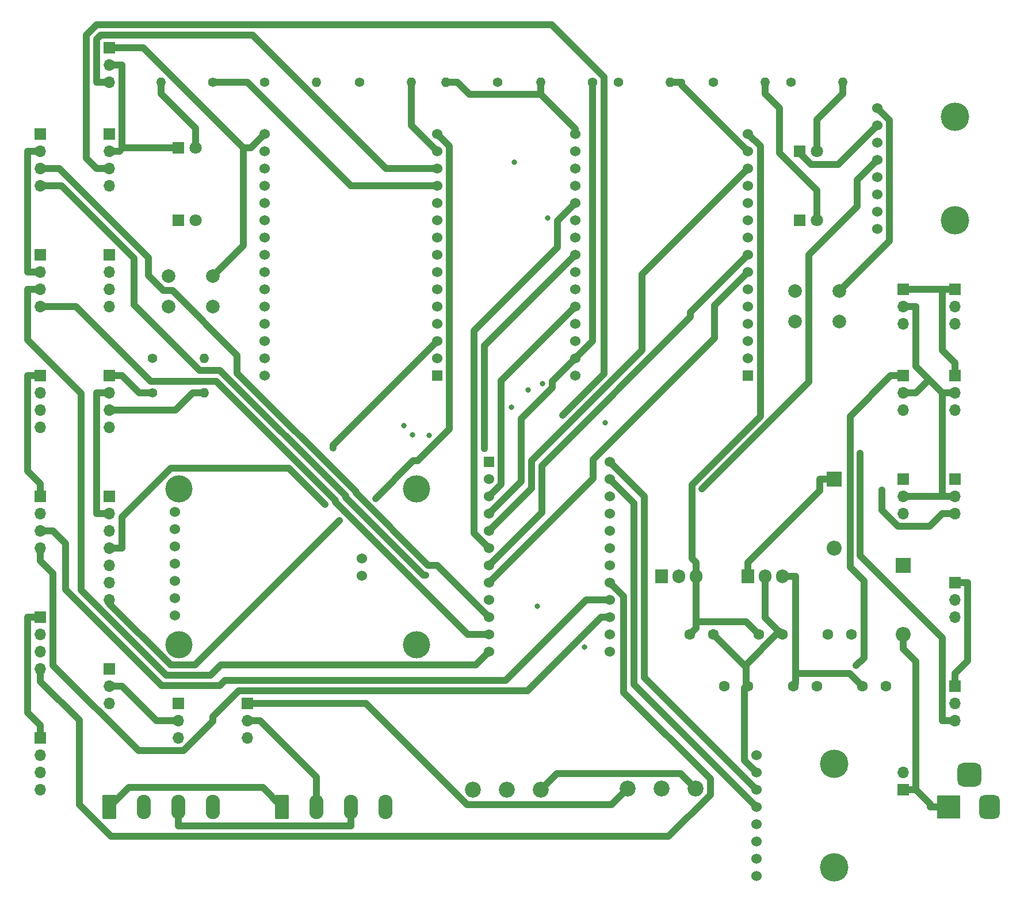
<source format=gbr>
%TF.GenerationSoftware,KiCad,Pcbnew,7.0.10*%
%TF.CreationDate,2024-07-04T23:25:59-06:00*%
%TF.ProjectId,ESP32WROOM30PIN_CARRIER_BOARD_KELLA,45535033-3257-4524-9f4f-4d333050494e,rev?*%
%TF.SameCoordinates,Original*%
%TF.FileFunction,Copper,L2,Inr*%
%TF.FilePolarity,Positive*%
%FSLAX46Y46*%
G04 Gerber Fmt 4.6, Leading zero omitted, Abs format (unit mm)*
G04 Created by KiCad (PCBNEW 7.0.10) date 2024-07-04 23:25:59*
%MOMM*%
%LPD*%
G01*
G04 APERTURE LIST*
G04 Aperture macros list*
%AMRoundRect*
0 Rectangle with rounded corners*
0 $1 Rounding radius*
0 $2 $3 $4 $5 $6 $7 $8 $9 X,Y pos of 4 corners*
0 Add a 4 corners polygon primitive as box body*
4,1,4,$2,$3,$4,$5,$6,$7,$8,$9,$2,$3,0*
0 Add four circle primitives for the rounded corners*
1,1,$1+$1,$2,$3*
1,1,$1+$1,$4,$5*
1,1,$1+$1,$6,$7*
1,1,$1+$1,$8,$9*
0 Add four rect primitives between the rounded corners*
20,1,$1+$1,$2,$3,$4,$5,0*
20,1,$1+$1,$4,$5,$6,$7,0*
20,1,$1+$1,$6,$7,$8,$9,0*
20,1,$1+$1,$8,$9,$2,$3,0*%
G04 Aperture macros list end*
%TA.AperFunction,ComponentPad*%
%ADD10C,1.400000*%
%TD*%
%TA.AperFunction,ComponentPad*%
%ADD11O,1.400000X1.400000*%
%TD*%
%TA.AperFunction,ComponentPad*%
%ADD12R,1.700000X1.700000*%
%TD*%
%TA.AperFunction,ComponentPad*%
%ADD13O,1.700000X1.700000*%
%TD*%
%TA.AperFunction,ComponentPad*%
%ADD14R,2.200000X2.200000*%
%TD*%
%TA.AperFunction,ComponentPad*%
%ADD15O,2.200000X2.200000*%
%TD*%
%TA.AperFunction,ComponentPad*%
%ADD16RoundRect,0.249999X-0.790001X-1.550001X0.790001X-1.550001X0.790001X1.550001X-0.790001X1.550001X0*%
%TD*%
%TA.AperFunction,ComponentPad*%
%ADD17O,2.080000X3.600000*%
%TD*%
%TA.AperFunction,ComponentPad*%
%ADD18C,2.340000*%
%TD*%
%TA.AperFunction,ComponentPad*%
%ADD19C,1.600000*%
%TD*%
%TA.AperFunction,ComponentPad*%
%ADD20C,1.524000*%
%TD*%
%TA.AperFunction,ComponentPad*%
%ADD21C,4.191000*%
%TD*%
%TA.AperFunction,ComponentPad*%
%ADD22C,4.000000*%
%TD*%
%TA.AperFunction,ComponentPad*%
%ADD23C,2.000000*%
%TD*%
%TA.AperFunction,ComponentPad*%
%ADD24R,1.800000X1.800000*%
%TD*%
%TA.AperFunction,ComponentPad*%
%ADD25C,1.800000*%
%TD*%
%TA.AperFunction,ComponentPad*%
%ADD26R,1.524000X1.524000*%
%TD*%
%TA.AperFunction,ComponentPad*%
%ADD27R,3.500000X3.500000*%
%TD*%
%TA.AperFunction,ComponentPad*%
%ADD28RoundRect,0.750000X0.750000X1.000000X-0.750000X1.000000X-0.750000X-1.000000X0.750000X-1.000000X0*%
%TD*%
%TA.AperFunction,ComponentPad*%
%ADD29RoundRect,0.875000X0.875000X0.875000X-0.875000X0.875000X-0.875000X-0.875000X0.875000X-0.875000X0*%
%TD*%
%TA.AperFunction,ComponentPad*%
%ADD30R,1.905000X2.000000*%
%TD*%
%TA.AperFunction,ComponentPad*%
%ADD31O,1.905000X2.000000*%
%TD*%
%TA.AperFunction,ViaPad*%
%ADD32C,0.800000*%
%TD*%
%TA.AperFunction,Conductor*%
%ADD33C,1.000000*%
%TD*%
G04 APERTURE END LIST*
D10*
%TO.N,Net-(U4-GPIO12(ADC2-CH5))*%
%TO.C,R1*%
X53340000Y-33020000D03*
D11*
%TO.N,Net-(D2-A)*%
X45720000Y-33020000D03*
%TD*%
D12*
%TO.N,Net-(J13-Pin_1)*%
%TO.C,J21*%
X38100000Y-76200000D03*
D13*
%TO.N,GND*%
X38100000Y-78740000D03*
%TO.N,Net-(J21-Pin_3)*%
X38100000Y-81280000D03*
%TO.N,Net-(J21-Pin_4)*%
X38100000Y-83820000D03*
%TD*%
D14*
%TO.N,Net-(D1-K)*%
%TO.C,D1*%
X154940000Y-104140000D03*
D15*
%TO.N,Net-(D1-A)*%
X154940000Y-114300000D03*
%TD*%
D12*
%TO.N,Net-(J11-Pin_1)*%
%TO.C,J25*%
X162560000Y-91440000D03*
D13*
%TO.N,GND*%
X162560000Y-93980000D03*
%TO.N,Net-(J25-Pin_3)*%
X162560000Y-96520000D03*
%TD*%
D16*
%TO.N,VDD2*%
%TO.C,J2*%
X63500000Y-139700000D03*
D17*
%TO.N,GND*%
X68580000Y-139700000D03*
%TO.N,Net-(J2-Pin_3)*%
X73660000Y-139700000D03*
%TO.N,Net-(J2-Pin_4)*%
X78740000Y-139700000D03*
%TD*%
D18*
%TO.N,Net-(J13-Pin_1)*%
%TO.C,RV2*%
X114380000Y-136990000D03*
%TO.N,Net-(U4-GPIO32(ADC1-CH4))*%
X119380000Y-136990000D03*
%TO.N,GND*%
X124380000Y-136990000D03*
%TD*%
D10*
%TO.N,Net-(J13-Pin_1)*%
%TO.C,R9*%
X44450000Y-73660000D03*
D11*
%TO.N,Net-(J21-Pin_4)*%
X52070000Y-73660000D03*
%TD*%
D10*
%TO.N,Net-(J13-Pin_1)*%
%TO.C,R10*%
X44450000Y-78740000D03*
D11*
%TO.N,Net-(J21-Pin_3)*%
X52070000Y-78740000D03*
%TD*%
D19*
%TO.N,VDD1*%
%TO.C,C3*%
X133660000Y-114300000D03*
%TO.N,GND*%
X137160000Y-114300000D03*
%TD*%
D20*
%TO.N,Net-(J11-Pin_1)*%
%TO.C,U6*%
X133350000Y-132080000D03*
%TO.N,GND*%
X133350000Y-134620000D03*
%TO.N,Net-(J9-Pin_3)*%
X133350000Y-137160000D03*
%TO.N,Net-(J9-Pin_4)*%
X133350000Y-139700000D03*
%TO.N,unconnected-(U6-XDA-Pad5)*%
X133350000Y-142240000D03*
%TO.N,unconnected-(U6-XCL-Pad6)*%
X133350000Y-144780000D03*
%TO.N,unconnected-(U6-ADO-Pad7)*%
X133350000Y-147320000D03*
%TO.N,unconnected-(U6-INT-Pad8)*%
X133350000Y-149860000D03*
D21*
%TO.N,N/C*%
X144780000Y-133350000D03*
X144780000Y-148590000D03*
%TD*%
D16*
%TO.N,VDD2*%
%TO.C,J27*%
X38100000Y-139700000D03*
D17*
%TO.N,GND*%
X43180000Y-139700000D03*
%TO.N,Net-(J2-Pin_3)*%
X48260000Y-139700000D03*
%TO.N,Net-(J2-Pin_4)*%
X53340000Y-139700000D03*
%TD*%
D14*
%TO.N,Net-(D3-K)*%
%TO.C,D3*%
X144780000Y-91440000D03*
D15*
%TO.N,Net-(D1-A)*%
X144780000Y-101600000D03*
%TD*%
D20*
%TO.N,Net-(U4-GPIO04(ADC2-CH0))*%
%TO.C,U5*%
X47740000Y-96270000D03*
%TO.N,Net-(U4-GPIO18(SCK))*%
X47740000Y-98810000D03*
%TO.N,Net-(U4-GPIO23(MOSI))*%
X47740000Y-101350000D03*
%TO.N,Net-(U4-GPIO19(MISO))*%
X47740000Y-103890000D03*
%TO.N,Net-(U4-GPIO05(SS))*%
X47740000Y-106430000D03*
%TO.N,GND*%
X47740000Y-108970000D03*
%TO.N,VDD2*%
X47740000Y-111510000D03*
%TO.N,Net-(J2-Pin_4)*%
X75260000Y-103130000D03*
%TO.N,Net-(J2-Pin_3)*%
X75260000Y-105670000D03*
D22*
%TO.N,N/C*%
X48370000Y-92920000D03*
X48370000Y-115820000D03*
X83270000Y-92920000D03*
X83270000Y-115820000D03*
%TD*%
D12*
%TO.N,Net-(J11-Pin_1)*%
%TO.C,J5*%
X27940000Y-76200000D03*
D13*
%TO.N,GND*%
X27940000Y-78740000D03*
%TO.N,Net-(J5-Pin_3)*%
X27940000Y-81280000D03*
%TO.N,Net-(J5-Pin_4)*%
X27940000Y-83820000D03*
%TD*%
D19*
%TO.N,VDD2*%
%TO.C,C6*%
X138740000Y-121920000D03*
%TO.N,GND*%
X142240000Y-121920000D03*
%TD*%
D23*
%TO.N,Net-(J11-Pin_1)*%
%TO.C,SW2*%
X138990000Y-63790000D03*
X145490000Y-63790000D03*
%TO.N,Net-(SW2A-D)*%
X138990000Y-68290000D03*
X145490000Y-68290000D03*
%TD*%
D10*
%TO.N,Net-(U3-SDA)*%
%TO.C,R8*%
X95250000Y-33020000D03*
D11*
%TO.N,Net-(J11-Pin_1)*%
X87630000Y-33020000D03*
%TD*%
D12*
%TO.N,Net-(J11-Pin_1)*%
%TO.C,J6*%
X27940000Y-93980000D03*
D13*
%TO.N,GND*%
X27940000Y-96520000D03*
%TO.N,Net-(J6-Pin_3)*%
X27940000Y-99060000D03*
%TO.N,Net-(J6-Pin_4)*%
X27940000Y-101600000D03*
%TD*%
D12*
%TO.N,Net-(J13-Pin_1)*%
%TO.C,J19*%
X162560000Y-63500000D03*
D13*
%TO.N,GND*%
X162560000Y-66040000D03*
%TO.N,Net-(J19-Pin_3)*%
X162560000Y-68580000D03*
%TD*%
D12*
%TO.N,Net-(J11-Pin_1)*%
%TO.C,J4*%
X27940000Y-58420000D03*
D13*
%TO.N,GND*%
X27940000Y-60960000D03*
%TO.N,Net-(J4-Pin_3)*%
X27940000Y-63500000D03*
%TO.N,Net-(J4-Pin_4)*%
X27940000Y-66040000D03*
%TD*%
D19*
%TO.N,VDD2*%
%TO.C,C5*%
X148900000Y-121920000D03*
%TO.N,GND*%
X152400000Y-121920000D03*
%TD*%
D12*
%TO.N,Net-(J13-Pin_1)*%
%TO.C,J16*%
X154940000Y-76200000D03*
D13*
%TO.N,GND*%
X154940000Y-78740000D03*
%TO.N,Net-(J16-Pin_3)*%
X154940000Y-81280000D03*
%TD*%
D12*
%TO.N,Net-(J11-Pin_1)*%
%TO.C,J26*%
X162560000Y-106680000D03*
D13*
%TO.N,GND*%
X162560000Y-109220000D03*
%TO.N,Net-(J26-Pin_3)*%
X162560000Y-111760000D03*
%TD*%
D24*
%TO.N,GND*%
%TO.C,D2*%
X48260000Y-42710000D03*
D25*
%TO.N,Net-(D2-A)*%
X50800000Y-42710000D03*
%TD*%
D12*
%TO.N,Net-(J11-Pin_1)*%
%TO.C,J9*%
X38100000Y-40640000D03*
D13*
%TO.N,GND*%
X38100000Y-43180000D03*
%TO.N,Net-(J9-Pin_3)*%
X38100000Y-45720000D03*
%TO.N,Net-(J9-Pin_4)*%
X38100000Y-48260000D03*
%TD*%
D12*
%TO.N,Net-(J11-Pin_1)*%
%TO.C,J8*%
X27940000Y-129540000D03*
D13*
%TO.N,GND*%
X27940000Y-132080000D03*
%TO.N,Net-(J8-Pin_3)*%
X27940000Y-134620000D03*
%TO.N,Net-(J8-Pin_4)*%
X27940000Y-137160000D03*
%TD*%
D24*
%TO.N,GND*%
%TO.C,D5*%
X139700000Y-43180000D03*
D25*
%TO.N,Net-(D5-A)*%
X142240000Y-43180000D03*
%TD*%
D12*
%TO.N,Net-(D1-A)*%
%TO.C,J1*%
X154940000Y-137160000D03*
D13*
%TO.N,GND*%
X154940000Y-134620000D03*
%TD*%
D24*
%TO.N,GND*%
%TO.C,D4*%
X48260000Y-53340000D03*
D25*
%TO.N,Net-(D4-A)*%
X50800000Y-53340000D03*
%TD*%
D19*
%TO.N,VDD1*%
%TO.C,C2*%
X143820000Y-114300000D03*
%TO.N,GND*%
X147320000Y-114300000D03*
%TD*%
D12*
%TO.N,Net-(J13-Pin_1)*%
%TO.C,J20*%
X38100000Y-27940000D03*
D13*
%TO.N,GND*%
X38100000Y-30480000D03*
%TO.N,Net-(J20-Pin_3)*%
X38100000Y-33020000D03*
%TD*%
D12*
%TO.N,Net-(J13-Pin_1)*%
%TO.C,J13*%
X38100000Y-119380000D03*
D13*
%TO.N,GND*%
X38100000Y-121920000D03*
%TO.N,Net-(J13-Pin_3)*%
X38100000Y-124460000D03*
%TD*%
D10*
%TO.N,Net-(SW1A-D)*%
%TO.C,R5*%
X74930000Y-33020000D03*
D11*
%TO.N,GND*%
X82550000Y-33020000D03*
%TD*%
D12*
%TO.N,Net-(J11-Pin_1)*%
%TO.C,J11*%
X38100000Y-58420000D03*
D13*
%TO.N,GND*%
X38100000Y-60960000D03*
%TO.N,Net-(J11-Pin_3)*%
X38100000Y-63500000D03*
%TO.N,Net-(J11-Pin_4)*%
X38100000Y-66040000D03*
%TD*%
D19*
%TO.N,VDD1*%
%TO.C,C1*%
X123500000Y-114300000D03*
%TO.N,GND*%
X127000000Y-114300000D03*
%TD*%
D12*
%TO.N,Net-(J11-Pin_1)*%
%TO.C,J3*%
X27940000Y-40640000D03*
D13*
%TO.N,GND*%
X27940000Y-43180000D03*
%TO.N,Net-(J3-Pin_3)*%
X27940000Y-45720000D03*
%TO.N,Net-(J3-Pin_4)*%
X27940000Y-48260000D03*
%TD*%
D12*
%TO.N,Net-(J13-Pin_1)*%
%TO.C,J18*%
X162560000Y-76200000D03*
D13*
%TO.N,GND*%
X162560000Y-78740000D03*
%TO.N,Net-(J18-Pin_3)*%
X162560000Y-81280000D03*
%TD*%
D12*
%TO.N,Net-(J11-Pin_1)*%
%TO.C,J22*%
X38100000Y-93980000D03*
D13*
%TO.N,GND*%
X38100000Y-96520000D03*
%TO.N,Net-(J22-Pin_3)*%
X38100000Y-99060000D03*
%TO.N,Net-(J22-Pin_4)*%
X38100000Y-101600000D03*
%TO.N,Net-(J22-Pin_5)*%
X38100000Y-104140000D03*
%TO.N,Net-(J22-Pin_6)*%
X38100000Y-106680000D03*
%TO.N,Net-(J22-Pin_7)*%
X38100000Y-109220000D03*
%TD*%
D12*
%TO.N,Net-(J13-Pin_1)*%
%TO.C,J14*%
X48260000Y-124460000D03*
D13*
%TO.N,GND*%
X48260000Y-127000000D03*
%TO.N,Net-(J14-Pin_3)*%
X48260000Y-129540000D03*
%TD*%
D24*
%TO.N,GND*%
%TO.C,D6*%
X139700000Y-53340000D03*
D25*
%TO.N,Net-(D6-A)*%
X142240000Y-53340000D03*
%TD*%
D10*
%TO.N,Net-(U7-GPIO14(ADC2-CH6))*%
%TO.C,R3*%
X138430000Y-33020000D03*
D11*
%TO.N,Net-(D5-A)*%
X146050000Y-33020000D03*
%TD*%
D26*
%TO.N,unconnected-(U4-EN-Pad1)*%
%TO.C,U4*%
X86360000Y-76200000D03*
D20*
%TO.N,Net-(J13-Pin_3)*%
X86360000Y-73660000D03*
%TO.N,Net-(J14-Pin_3)*%
X86360000Y-71120000D03*
%TO.N,Net-(J15-Pin_3)*%
X86360000Y-68580000D03*
%TO.N,Net-(J16-Pin_3)*%
X86360000Y-66040000D03*
%TO.N,Net-(U4-GPIO32(ADC1-CH4))*%
X86360000Y-63500000D03*
%TO.N,Net-(J17-Pin_3)*%
X86360000Y-60960000D03*
%TO.N,Net-(J18-Pin_3)*%
X86360000Y-58420000D03*
%TO.N,Net-(J19-Pin_3)*%
X86360000Y-55880000D03*
%TO.N,Net-(SW1A-D)*%
X86360000Y-53340000D03*
%TO.N,Net-(U4-GPIO14(ADC2-CH6))*%
X86360000Y-50800000D03*
%TO.N,Net-(U4-GPIO12(ADC2-CH5))*%
X86360000Y-48260000D03*
%TO.N,Net-(J20-Pin_3)*%
X86360000Y-45720000D03*
%TO.N,GND*%
X86360000Y-43180000D03*
%TO.N,VDD2*%
X86360000Y-40640000D03*
%TO.N,Net-(J13-Pin_1)*%
X60960000Y-40640000D03*
%TO.N,GND*%
X60960000Y-43180000D03*
%TO.N,unconnected-(U4-GPIO12(ADC2-CH3)-Pad18)*%
X60960000Y-45720000D03*
%TO.N,unconnected-(U4-GPIO02(ADC2-CH2)-Pad19)*%
X60960000Y-48260000D03*
%TO.N,Net-(U4-GPIO04(ADC2-CH0))*%
X60960000Y-50800000D03*
%TO.N,Net-(U4-GPIO16(RXD2))*%
X60960000Y-53340000D03*
%TO.N,Net-(U4-GPIO17(TXD2))*%
X60960000Y-55880000D03*
%TO.N,Net-(U4-GPIO05(SS))*%
X60960000Y-58420000D03*
%TO.N,Net-(U4-GPIO18(SCK))*%
X60960000Y-60960000D03*
%TO.N,Net-(U4-GPIO19(MISO))*%
X60960000Y-63500000D03*
%TO.N,Net-(J21-Pin_4)*%
X60960000Y-66040000D03*
%TO.N,unconnected-(U4-GPIO03(CLK2)-Pad27)*%
X60960000Y-68580000D03*
%TO.N,unconnected-(U4-GPIO01(CLK3)-Pad28)*%
X60960000Y-71120000D03*
%TO.N,Net-(J21-Pin_3)*%
X60960000Y-73660000D03*
%TO.N,Net-(U4-GPIO23(MOSI))*%
X60960000Y-76200000D03*
%TD*%
D27*
%TO.N,Net-(D1-A)*%
%TO.C,J10*%
X161640000Y-139700000D03*
D28*
%TO.N,GND*%
X167640000Y-139700000D03*
D29*
%TO.N,unconnected-(J10-Pad3)*%
X164640000Y-135000000D03*
%TD*%
D26*
%TO.N,unconnected-(U7-EN-Pad1)*%
%TO.C,U7*%
X132080000Y-76200000D03*
D20*
%TO.N,Net-(J23-Pin_3)*%
X132080000Y-73660000D03*
%TO.N,Net-(J24-Pin_3)*%
X132080000Y-71120000D03*
%TO.N,Net-(J25-Pin_3)*%
X132080000Y-68580000D03*
%TO.N,Net-(J26-Pin_3)*%
X132080000Y-66040000D03*
%TO.N,Net-(U7-GPIO32(ADC1-CH4))*%
X132080000Y-63500000D03*
%TO.N,Net-(U3-A2)*%
X132080000Y-60960000D03*
%TO.N,Net-(U3-A1)*%
X132080000Y-58420000D03*
%TO.N,Net-(J22-Pin_7)*%
X132080000Y-55880000D03*
%TO.N,Net-(SW2A-D)*%
X132080000Y-53340000D03*
%TO.N,Net-(U7-GPIO14(ADC2-CH6))*%
X132080000Y-50800000D03*
%TO.N,Net-(U7-GPIO12(ADC2-CH5))*%
X132080000Y-48260000D03*
%TO.N,Net-(U3-RST)*%
X132080000Y-45720000D03*
%TO.N,GND*%
X132080000Y-43180000D03*
%TO.N,VDD1*%
X132080000Y-40640000D03*
%TO.N,Net-(J11-Pin_1)*%
X106680000Y-40640000D03*
%TO.N,GND*%
X106680000Y-43180000D03*
%TO.N,unconnected-(U7-GPIO12(ADC2-CH3)-Pad18)*%
X106680000Y-45720000D03*
%TO.N,unconnected-(U7-GPIO02(ADC2-CH2)-Pad19)*%
X106680000Y-48260000D03*
%TO.N,Net-(U3-A0)*%
X106680000Y-50800000D03*
%TO.N,Net-(U4-GPIO17(TXD2))*%
X106680000Y-53340000D03*
%TO.N,Net-(U4-GPIO16(RXD2))*%
X106680000Y-55880000D03*
%TO.N,Net-(J22-Pin_6)*%
X106680000Y-58420000D03*
%TO.N,Net-(J22-Pin_3)*%
X106680000Y-60960000D03*
%TO.N,Net-(J22-Pin_5)*%
X106680000Y-63500000D03*
%TO.N,Net-(U3-SDA)*%
X106680000Y-66040000D03*
%TO.N,unconnected-(U7-GPIO03(CLK2)-Pad27)*%
X106680000Y-68580000D03*
%TO.N,unconnected-(U7-GPIO01(CLK3)-Pad28)*%
X106680000Y-71120000D03*
%TO.N,Net-(U3-SCL)*%
X106680000Y-73660000D03*
%TO.N,Net-(J22-Pin_4)*%
X106680000Y-76200000D03*
%TD*%
D18*
%TO.N,Net-(J11-Pin_1)*%
%TO.C,RV1*%
X91600000Y-137160000D03*
%TO.N,Net-(U7-GPIO32(ADC1-CH4))*%
X96600000Y-137160000D03*
%TO.N,GND*%
X101600000Y-137160000D03*
%TD*%
D12*
%TO.N,Net-(J11-Pin_1)*%
%TO.C,J23*%
X154940000Y-91440000D03*
D13*
%TO.N,GND*%
X154940000Y-93980000D03*
%TO.N,Net-(J23-Pin_3)*%
X154940000Y-96520000D03*
%TD*%
D10*
%TO.N,Net-(U3-SCL)*%
%TO.C,R7*%
X109220000Y-33020000D03*
D11*
%TO.N,Net-(J11-Pin_1)*%
X101600000Y-33020000D03*
%TD*%
D12*
%TO.N,Net-(J13-Pin_1)*%
%TO.C,J17*%
X58420000Y-124460000D03*
D13*
%TO.N,GND*%
X58420000Y-127000000D03*
%TO.N,Net-(J17-Pin_3)*%
X58420000Y-129540000D03*
%TD*%
D10*
%TO.N,Net-(U7-GPIO12(ADC2-CH5))*%
%TO.C,R4*%
X127000000Y-33020000D03*
D11*
%TO.N,Net-(D6-A)*%
X134620000Y-33020000D03*
%TD*%
D30*
%TO.N,Net-(D1-K)*%
%TO.C,U1*%
X119380000Y-105750000D03*
D31*
%TO.N,GND*%
X121920000Y-105750000D03*
%TO.N,VDD1*%
X124460000Y-105750000D03*
%TD*%
D26*
%TO.N,Net-(J11-Pin_1)*%
%TO.C,U3*%
X93980000Y-88900000D03*
D20*
%TO.N,GND*%
X93980000Y-91440000D03*
%TO.N,Net-(U3-SDA)*%
X93980000Y-93980000D03*
%TO.N,Net-(U3-SCL)*%
X93980000Y-96520000D03*
%TO.N,Net-(U3-RST)*%
X93980000Y-99060000D03*
%TO.N,Net-(U3-A0)*%
X93980000Y-101600000D03*
%TO.N,Net-(U3-A1)*%
X93980000Y-104140000D03*
%TO.N,Net-(U3-A2)*%
X93980000Y-106680000D03*
%TO.N,Net-(J3-Pin_4)*%
X93980000Y-109220000D03*
%TO.N,Net-(J3-Pin_3)*%
X93980000Y-111760000D03*
%TO.N,Net-(J4-Pin_4)*%
X93980000Y-114300000D03*
%TO.N,Net-(J4-Pin_3)*%
X93980000Y-116840000D03*
%TO.N,Net-(J5-Pin_4)*%
X111760000Y-116840000D03*
%TO.N,Net-(J5-Pin_3)*%
X111760000Y-114300000D03*
%TO.N,Net-(J6-Pin_4)*%
X111760000Y-111760000D03*
%TO.N,Net-(J6-Pin_3)*%
X111760000Y-109220000D03*
%TO.N,Net-(J7-Pin_4)*%
X111760000Y-106680000D03*
%TO.N,Net-(J7-Pin_3)*%
X111760000Y-104140000D03*
%TO.N,Net-(J8-Pin_4)*%
X111760000Y-101600000D03*
%TO.N,Net-(J8-Pin_3)*%
X111760000Y-99060000D03*
%TO.N,Net-(J11-Pin_4)*%
X111760000Y-96520000D03*
%TO.N,Net-(J11-Pin_3)*%
X111760000Y-93980000D03*
%TO.N,Net-(J9-Pin_4)*%
X111760000Y-91440000D03*
%TO.N,Net-(J9-Pin_3)*%
X111760000Y-88900000D03*
%TD*%
D23*
%TO.N,Net-(J13-Pin_1)*%
%TO.C,SW1*%
X46840000Y-61540000D03*
X53340000Y-61540000D03*
%TO.N,Net-(SW1A-D)*%
X46840000Y-66040000D03*
X53340000Y-66040000D03*
%TD*%
D19*
%TO.N,VDD2*%
%TO.C,C4*%
X128580000Y-121920000D03*
%TO.N,GND*%
X132080000Y-121920000D03*
%TD*%
D12*
%TO.N,Net-(J11-Pin_1)*%
%TO.C,J7*%
X27940000Y-111760000D03*
D13*
%TO.N,GND*%
X27940000Y-114300000D03*
%TO.N,Net-(J7-Pin_3)*%
X27940000Y-116840000D03*
%TO.N,Net-(J7-Pin_4)*%
X27940000Y-119380000D03*
%TD*%
D10*
%TO.N,Net-(U4-GPIO14(ADC2-CH6))*%
%TO.C,R2*%
X60960000Y-33020000D03*
D11*
%TO.N,Net-(D4-A)*%
X68580000Y-33020000D03*
%TD*%
D10*
%TO.N,Net-(SW2A-D)*%
%TO.C,R6*%
X113030000Y-33020000D03*
D11*
%TO.N,GND*%
X120650000Y-33020000D03*
%TD*%
D12*
%TO.N,Net-(J13-Pin_1)*%
%TO.C,J15*%
X154940000Y-63500000D03*
D13*
%TO.N,GND*%
X154940000Y-66040000D03*
%TO.N,Net-(J15-Pin_3)*%
X154940000Y-68580000D03*
%TD*%
D30*
%TO.N,Net-(D3-K)*%
%TO.C,U2*%
X132080000Y-105750000D03*
D31*
%TO.N,GND*%
X134620000Y-105750000D03*
%TO.N,VDD2*%
X137160000Y-105750000D03*
%TD*%
D20*
%TO.N,Net-(J11-Pin_1)*%
%TO.C,U8*%
X151130000Y-36830000D03*
%TO.N,GND*%
X151130000Y-39370000D03*
%TO.N,Net-(J11-Pin_3)*%
X151130000Y-41910000D03*
%TO.N,Net-(J11-Pin_4)*%
X151130000Y-44450000D03*
%TO.N,unconnected-(U8-XDA-Pad5)*%
X151130000Y-46990000D03*
%TO.N,unconnected-(U8-XCL-Pad6)*%
X151130000Y-49530000D03*
%TO.N,unconnected-(U8-ADO-Pad7)*%
X151130000Y-52070000D03*
%TO.N,unconnected-(U8-INT-Pad8)*%
X151130000Y-54610000D03*
D21*
%TO.N,N/C*%
X162560000Y-38100000D03*
X162560000Y-53340000D03*
%TD*%
D12*
%TO.N,Net-(J11-Pin_1)*%
%TO.C,J24*%
X162560000Y-121920000D03*
D13*
%TO.N,GND*%
X162560000Y-124460000D03*
%TO.N,Net-(J24-Pin_3)*%
X162560000Y-127000000D03*
%TD*%
D32*
%TO.N,Net-(J9-Pin_3)*%
X104775800Y-82074700D03*
%TO.N,Net-(J22-Pin_7)*%
X97231700Y-80871600D03*
X71958700Y-97587700D03*
%TO.N,Net-(J22-Pin_6)*%
X93303200Y-86940700D03*
%TO.N,Net-(J22-Pin_3)*%
X82682600Y-84957400D03*
%TO.N,Net-(J22-Pin_5)*%
X85188400Y-84991600D03*
%TO.N,Net-(J22-Pin_4)*%
X69862000Y-95180700D03*
%TO.N,Net-(U4-GPIO17(TXD2))*%
X102563300Y-52983900D03*
%TO.N,Net-(J25-Pin_3)*%
X151787800Y-93092200D03*
%TO.N,Net-(J24-Pin_3)*%
X148611800Y-87651800D03*
%TO.N,Net-(J19-Pin_3)*%
X97707100Y-44782500D03*
%TO.N,Net-(J18-Pin_3)*%
X111071900Y-83131900D03*
%TO.N,Net-(J16-Pin_3)*%
X99742100Y-78358900D03*
%TO.N,Net-(J15-Pin_3)*%
X101860900Y-77405500D03*
%TO.N,Net-(J14-Pin_3)*%
X71032200Y-86890700D03*
%TO.N,Net-(J13-Pin_1)*%
X148019400Y-118915400D03*
%TO.N,Net-(J11-Pin_4)*%
X125322300Y-92879600D03*
%TO.N,Net-(J5-Pin_4)*%
X108044000Y-116171400D03*
X81414600Y-83543700D03*
%TO.N,Net-(J5-Pin_3)*%
X101119500Y-110124100D03*
%TO.N,Net-(J3-Pin_4)*%
X84625600Y-105631000D03*
%TO.N,VDD2*%
X77288100Y-94298600D03*
%TD*%
D33*
%TO.N,Net-(J9-Pin_4)*%
X115320400Y-121670400D02*
X133350000Y-139700000D01*
X115320400Y-95000400D02*
X115320400Y-121670400D01*
X111760000Y-91440000D02*
X115320400Y-95000400D01*
%TO.N,Net-(J9-Pin_3)*%
X38100000Y-45720000D02*
X36248100Y-45720000D01*
X34714500Y-44186400D02*
X36248100Y-45720000D01*
X34714500Y-26053400D02*
X34714500Y-44186400D01*
X36223700Y-24544200D02*
X34714500Y-26053400D01*
X103190800Y-24544200D02*
X36223700Y-24544200D01*
X110924000Y-32277400D02*
X103190800Y-24544200D01*
X110924000Y-75926500D02*
X110924000Y-32277400D01*
X104775800Y-82074700D02*
X110924000Y-75926500D01*
X116823100Y-93963100D02*
X111760000Y-88900000D01*
X116823100Y-120633100D02*
X116823100Y-93963100D01*
X133350000Y-137160000D02*
X116823100Y-120633100D01*
%TO.N,Net-(J11-Pin_1)*%
X164411900Y-118216200D02*
X164411900Y-106680000D01*
X162560000Y-120068100D02*
X164411900Y-118216200D01*
X162560000Y-121920000D02*
X162560000Y-120068100D01*
X162560000Y-106680000D02*
X164411900Y-106680000D01*
X26088100Y-90276200D02*
X27940000Y-92128100D01*
X26088100Y-76200000D02*
X26088100Y-90276200D01*
X27940000Y-76200000D02*
X26088100Y-76200000D01*
X27940000Y-93980000D02*
X27940000Y-92128100D01*
X26088100Y-125836200D02*
X27940000Y-127688100D01*
X26088100Y-111760000D02*
X26088100Y-125836200D01*
X27940000Y-111760000D02*
X26088100Y-111760000D01*
X27940000Y-129540000D02*
X27940000Y-127688100D01*
X101600000Y-33020000D02*
X101600000Y-34346000D01*
X87630000Y-33020000D02*
X89331900Y-33020000D01*
X106680000Y-39910600D02*
X106680000Y-40640000D01*
X101544900Y-34775500D02*
X106680000Y-39910600D01*
X101600000Y-34720400D02*
X101544900Y-34775500D01*
X101600000Y-34346000D02*
X101600000Y-34720400D01*
X91087400Y-34775500D02*
X89331900Y-33020000D01*
X101544900Y-34775500D02*
X91087400Y-34775500D01*
X152901200Y-38601200D02*
X151130000Y-36830000D01*
X152901200Y-56378800D02*
X152901200Y-38601200D01*
X145490000Y-63790000D02*
X152901200Y-56378800D01*
%TO.N,Net-(J22-Pin_7)*%
X38100000Y-109816100D02*
X38100000Y-109220000D01*
X47107500Y-118823600D02*
X38100000Y-109816100D01*
X50722800Y-118823600D02*
X47107500Y-118823600D01*
X71958700Y-97587700D02*
X50722800Y-118823600D01*
%TO.N,Net-(J22-Pin_6)*%
X93303200Y-71796800D02*
X93303200Y-86940700D01*
X106680000Y-58420000D02*
X93303200Y-71796800D01*
%TO.N,Net-(J22-Pin_4)*%
X64535900Y-89854600D02*
X69862000Y-95180700D01*
X47175100Y-89854600D02*
X64535900Y-89854600D01*
X39951900Y-97077800D02*
X47175100Y-89854600D01*
X39951900Y-101600000D02*
X39951900Y-97077800D01*
X38100000Y-101600000D02*
X39951900Y-101600000D01*
%TO.N,Net-(J25-Pin_3)*%
X158827200Y-98400900D02*
X160708100Y-96520000D01*
X154181400Y-98400900D02*
X158827200Y-98400900D01*
X151787800Y-96007300D02*
X154181400Y-98400900D01*
X151787800Y-93092200D02*
X151787800Y-96007300D01*
X162560000Y-96520000D02*
X160708100Y-96520000D01*
%TO.N,Net-(J24-Pin_3)*%
X162560000Y-127000000D02*
X160708100Y-127000000D01*
X148611800Y-102727500D02*
X148611800Y-87651800D01*
X160708100Y-114823800D02*
X148611800Y-102727500D01*
X160708100Y-127000000D02*
X160708100Y-114823800D01*
%TO.N,Net-(J21-Pin_3)*%
X47828100Y-81280000D02*
X38100000Y-81280000D01*
X50368100Y-78740000D02*
X47828100Y-81280000D01*
X52070000Y-78740000D02*
X50368100Y-78740000D01*
%TO.N,Net-(J20-Pin_3)*%
X36248100Y-26675000D02*
X36248100Y-33020000D01*
X36835000Y-26088100D02*
X36248100Y-26675000D01*
X59163500Y-26088100D02*
X36835000Y-26088100D01*
X78795400Y-45720000D02*
X59163500Y-26088100D01*
X86360000Y-45720000D02*
X78795400Y-45720000D01*
X38100000Y-33020000D02*
X36248100Y-33020000D01*
%TO.N,Net-(J14-Pin_3)*%
X71032200Y-86447800D02*
X71032200Y-86890700D01*
X86360000Y-71120000D02*
X71032200Y-86447800D01*
%TO.N,Net-(J13-Pin_1)*%
X42491900Y-78740000D02*
X44450000Y-78740000D01*
X39951900Y-76200000D02*
X42491900Y-78740000D01*
X38100000Y-76200000D02*
X39951900Y-76200000D01*
X162560000Y-76200000D02*
X162560000Y-74348100D01*
X58929100Y-42670900D02*
X60960000Y-40640000D01*
X57803100Y-42670900D02*
X58929100Y-42670900D01*
X57803100Y-57076900D02*
X57803100Y-42670900D01*
X53340000Y-61540000D02*
X57803100Y-57076900D01*
X43072200Y-27940000D02*
X57803100Y-42670900D01*
X38100000Y-27940000D02*
X43072200Y-27940000D01*
X162560000Y-63500000D02*
X161634100Y-63500000D01*
X161634100Y-63500000D02*
X160708100Y-63500000D01*
X160708100Y-63500000D02*
X154940000Y-63500000D01*
X75828500Y-124460000D02*
X58420000Y-124460000D01*
X90711100Y-139342600D02*
X75828500Y-124460000D01*
X112027400Y-139342600D02*
X90711100Y-139342600D01*
X114380000Y-136990000D02*
X112027400Y-139342600D01*
X154940000Y-76200000D02*
X153088100Y-76200000D01*
X149140300Y-117794500D02*
X148019400Y-118915400D01*
X149140300Y-106440700D02*
X149140300Y-117794500D01*
X147104900Y-104405300D02*
X149140300Y-106440700D01*
X147104900Y-82183200D02*
X147104900Y-104405300D01*
X153088100Y-76200000D02*
X147104900Y-82183200D01*
X160708100Y-72496200D02*
X160708100Y-63500000D01*
X162560000Y-74348100D02*
X160708100Y-72496200D01*
%TO.N,Net-(U3-A2)*%
X127187400Y-65852600D02*
X132080000Y-60960000D01*
X127187400Y-70700800D02*
X127187400Y-65852600D01*
X109291400Y-88596800D02*
X127187400Y-70700800D01*
X109291400Y-91368600D02*
X109291400Y-88596800D01*
X93980000Y-106680000D02*
X109291400Y-91368600D01*
%TO.N,Net-(U3-A1)*%
X101750000Y-96370000D02*
X93980000Y-104140000D01*
X101750000Y-89468500D02*
X101750000Y-96370000D01*
X123618000Y-67600500D02*
X101750000Y-89468500D01*
X123618000Y-66882000D02*
X123618000Y-67600500D01*
X132080000Y-58420000D02*
X123618000Y-66882000D01*
%TO.N,Net-(U3-A0)*%
X104064000Y-53416000D02*
X106680000Y-50800000D01*
X104064000Y-57318300D02*
X104064000Y-53416000D01*
X91783700Y-69598600D02*
X104064000Y-57318300D01*
X91783700Y-99403700D02*
X91783700Y-69598600D01*
X93980000Y-101600000D02*
X91783700Y-99403700D01*
%TO.N,Net-(U3-RST)*%
X116479100Y-61320900D02*
X132080000Y-45720000D01*
X116479100Y-72507800D02*
X116479100Y-61320900D01*
X100248100Y-88738800D02*
X116479100Y-72507800D01*
X100248100Y-92791900D02*
X100248100Y-88738800D01*
X93980000Y-99060000D02*
X100248100Y-92791900D01*
%TO.N,Net-(U3-SCL)*%
X109220000Y-71120000D02*
X106680000Y-73660000D01*
X109220000Y-33020000D02*
X109220000Y-71120000D01*
X103275400Y-77064600D02*
X106680000Y-73660000D01*
X103275400Y-77993100D02*
X103275400Y-77064600D01*
X98711900Y-82556600D02*
X103275400Y-77993100D01*
X98711900Y-91788100D02*
X98711900Y-82556600D01*
X93980000Y-96520000D02*
X98711900Y-91788100D01*
%TO.N,Net-(U3-SDA)*%
X95743900Y-76976100D02*
X106680000Y-66040000D01*
X95743900Y-92216100D02*
X95743900Y-76976100D01*
X93980000Y-93980000D02*
X95743900Y-92216100D01*
%TO.N,Net-(U4-GPIO12(ADC2-CH5))*%
X58368000Y-33020000D02*
X53340000Y-33020000D01*
X73608000Y-48260000D02*
X58368000Y-33020000D01*
X86360000Y-48260000D02*
X73608000Y-48260000D01*
%TO.N,Net-(J11-Pin_4)*%
X148146800Y-47433200D02*
X151130000Y-44450000D01*
X148146800Y-51318200D02*
X148146800Y-47433200D01*
X141068400Y-58396600D02*
X148146800Y-51318200D01*
X141068400Y-77133500D02*
X141068400Y-58396600D01*
X125322300Y-92879600D02*
X141068400Y-77133500D01*
%TO.N,Net-(J7-Pin_4)*%
X27940000Y-119380000D02*
X27940000Y-121231900D01*
X33678500Y-126970400D02*
X27940000Y-121231900D01*
X33678500Y-139397400D02*
X33678500Y-126970400D01*
X38344200Y-144063100D02*
X33678500Y-139397400D01*
X120395600Y-144063100D02*
X38344200Y-144063100D01*
X126552600Y-137906100D02*
X120395600Y-144063100D01*
X126552600Y-135572100D02*
X126552600Y-137906100D01*
X113816300Y-122835800D02*
X126552600Y-135572100D01*
X113816300Y-108736300D02*
X113816300Y-122835800D01*
X111760000Y-106680000D02*
X113816300Y-108736300D01*
%TO.N,Net-(J6-Pin_4)*%
X27940000Y-101600000D02*
X27940000Y-103451900D01*
X29791900Y-105303800D02*
X27940000Y-103451900D01*
X29791900Y-118854100D02*
X29791900Y-105303800D01*
X42384300Y-131446500D02*
X29791900Y-118854100D01*
X48975700Y-131446500D02*
X42384300Y-131446500D01*
X53340000Y-127082200D02*
X48975700Y-131446500D01*
X53340000Y-126423100D02*
X53340000Y-127082200D01*
X57155000Y-122608100D02*
X53340000Y-126423100D01*
X99624400Y-122608100D02*
X57155000Y-122608100D01*
X110472500Y-111760000D02*
X99624400Y-122608100D01*
X111760000Y-111760000D02*
X110472500Y-111760000D01*
%TO.N,Net-(J6-Pin_3)*%
X31652400Y-100920500D02*
X29791900Y-99060000D01*
X31652400Y-107666900D02*
X31652400Y-100920500D01*
X45813700Y-121828200D02*
X31652400Y-107666900D01*
X54376600Y-121828200D02*
X45813700Y-121828200D01*
X55126900Y-121077900D02*
X54376600Y-121828200D01*
X96384000Y-121077900D02*
X55126900Y-121077900D01*
X108241900Y-109220000D02*
X96384000Y-121077900D01*
X111760000Y-109220000D02*
X108241900Y-109220000D01*
X27940000Y-99060000D02*
X29791900Y-99060000D01*
%TO.N,Net-(J4-Pin_4)*%
X33169100Y-66040000D02*
X27940000Y-66040000D01*
X44165700Y-77036600D02*
X33169100Y-66040000D01*
X53841900Y-77036600D02*
X44165700Y-77036600D01*
X71363900Y-94558600D02*
X53841900Y-77036600D01*
X71363900Y-94868800D02*
X71363900Y-94558600D01*
X90795100Y-114300000D02*
X71363900Y-94868800D01*
X93980000Y-114300000D02*
X90795100Y-114300000D01*
%TO.N,Net-(J4-Pin_3)*%
X27940000Y-63500000D02*
X26088100Y-63500000D01*
X91994100Y-118825900D02*
X93980000Y-116840000D01*
X54504600Y-118825900D02*
X91994100Y-118825900D01*
X53004200Y-120326300D02*
X54504600Y-118825900D01*
X46443100Y-120326300D02*
X53004200Y-120326300D01*
X33902800Y-107786000D02*
X46443100Y-120326300D01*
X33902800Y-78804500D02*
X33902800Y-107786000D01*
X26088100Y-70989800D02*
X33902800Y-78804500D01*
X26088100Y-63500000D02*
X26088100Y-70989800D01*
%TO.N,Net-(J3-Pin_4)*%
X27940000Y-48260000D02*
X29791900Y-48260000D01*
X31070200Y-48260000D02*
X29791900Y-48260000D01*
X41730800Y-58920600D02*
X31070200Y-48260000D01*
X41730800Y-65791100D02*
X41730800Y-58920600D01*
X51387900Y-75448200D02*
X41730800Y-65791100D01*
X54377500Y-75448200D02*
X51387900Y-75448200D01*
X72865800Y-93936500D02*
X54377500Y-75448200D01*
X72865800Y-94184400D02*
X72865800Y-93936500D01*
X84312400Y-105631000D02*
X72865800Y-94184400D01*
X84625600Y-105631000D02*
X84312400Y-105631000D01*
%TO.N,Net-(J3-Pin_3)*%
X27940000Y-45720000D02*
X29791900Y-45720000D01*
X30721200Y-45720000D02*
X29791900Y-45720000D01*
X43865800Y-58864600D02*
X30721200Y-45720000D01*
X43865800Y-61476100D02*
X43865800Y-58864600D01*
X46076200Y-63686500D02*
X43865800Y-61476100D01*
X47363900Y-63686500D02*
X46076200Y-63686500D01*
X56895900Y-73218500D02*
X47363900Y-63686500D01*
X56895900Y-75842600D02*
X56895900Y-73218500D01*
X74367700Y-93314400D02*
X56895900Y-75842600D01*
X74367700Y-93502300D02*
X74367700Y-93314400D01*
X84994500Y-104129100D02*
X74367700Y-93502300D01*
X86349100Y-104129100D02*
X84994500Y-104129100D01*
X93980000Y-111760000D02*
X86349100Y-104129100D01*
%TO.N,Net-(J2-Pin_3)*%
X73660000Y-139700000D02*
X73660000Y-142501900D01*
X48260000Y-139700000D02*
X48260000Y-142501900D01*
X48266600Y-142508500D02*
X48260000Y-142501900D01*
X73653400Y-142508500D02*
X48266600Y-142508500D01*
X73660000Y-142501900D02*
X73653400Y-142508500D01*
%TO.N,Net-(D6-A)*%
X134620000Y-33020000D02*
X134620000Y-34721900D01*
X136729600Y-36831500D02*
X134620000Y-34721900D01*
X136729600Y-43426500D02*
X136729600Y-36831500D01*
X142240000Y-48936900D02*
X136729600Y-43426500D01*
X142240000Y-53340000D02*
X142240000Y-48936900D01*
%TO.N,Net-(D3-K)*%
X142678100Y-93150000D02*
X142678100Y-91440000D01*
X132080000Y-103748100D02*
X142678100Y-93150000D01*
X132080000Y-105750000D02*
X132080000Y-103748100D01*
X144780000Y-91440000D02*
X142678100Y-91440000D01*
%TO.N,Net-(D5-A)*%
X142240000Y-38531900D02*
X146050000Y-34721900D01*
X142240000Y-43180000D02*
X142240000Y-38531900D01*
X146050000Y-33020000D02*
X146050000Y-34721900D01*
%TO.N,Net-(D1-A)*%
X154940000Y-137160000D02*
X156791900Y-137160000D01*
X158888100Y-139256200D02*
X156791900Y-137160000D01*
X158888100Y-139700000D02*
X158888100Y-139256200D01*
X154940000Y-114300000D02*
X154940000Y-116401900D01*
X161640000Y-139700000D02*
X158888100Y-139700000D01*
X156791900Y-118253800D02*
X154940000Y-116401900D01*
X156791900Y-137160000D02*
X156791900Y-118253800D01*
%TO.N,Net-(D2-A)*%
X50800000Y-39801900D02*
X45720000Y-34721900D01*
X50800000Y-42710000D02*
X50800000Y-39801900D01*
X45720000Y-33020000D02*
X45720000Y-34721900D01*
%TO.N,VDD2*%
X137160000Y-105750000D02*
X139114400Y-105750000D01*
X147074400Y-120094400D02*
X148900000Y-121920000D01*
X139114400Y-120094400D02*
X147074400Y-120094400D01*
X139114400Y-105750000D02*
X139114400Y-120094400D01*
X139114400Y-121545600D02*
X138740000Y-121920000D01*
X139114400Y-120094400D02*
X139114400Y-121545600D01*
X82823300Y-88763400D02*
X77288100Y-94298600D01*
X83435200Y-88763400D02*
X82823300Y-88763400D01*
X88126800Y-84071800D02*
X83435200Y-88763400D01*
X88126800Y-42406800D02*
X88126800Y-84071800D01*
X86360000Y-40640000D02*
X88126800Y-42406800D01*
X40924200Y-136875800D02*
X38100000Y-139700000D01*
X60675800Y-136875800D02*
X40924200Y-136875800D01*
X63500000Y-139700000D02*
X60675800Y-136875800D01*
%TO.N,GND*%
X82550000Y-39370000D02*
X82550000Y-33020000D01*
X86360000Y-43180000D02*
X82550000Y-39370000D01*
X122351900Y-33451900D02*
X122351900Y-33020000D01*
X132080000Y-43180000D02*
X122351900Y-33451900D01*
X120650000Y-33020000D02*
X122351900Y-33020000D01*
X68580000Y-139700000D02*
X68580000Y-136898100D01*
X58420000Y-127000000D02*
X60271900Y-127000000D01*
X38100000Y-30480000D02*
X39951900Y-30480000D01*
X145392700Y-45107300D02*
X151130000Y-39370000D01*
X141353600Y-45107300D02*
X145392700Y-45107300D01*
X139700000Y-43453700D02*
X141353600Y-45107300D01*
X139700000Y-43180000D02*
X139700000Y-43453700D01*
X26088100Y-60960000D02*
X26088100Y-43180000D01*
X27940000Y-60960000D02*
X26088100Y-60960000D01*
X27940000Y-43180000D02*
X26088100Y-43180000D01*
X45031900Y-127000000D02*
X48260000Y-127000000D01*
X39951900Y-121920000D02*
X45031900Y-127000000D01*
X38100000Y-121920000D02*
X39951900Y-121920000D01*
X68580000Y-135308100D02*
X68580000Y-136898100D01*
X60271900Y-127000000D02*
X68580000Y-135308100D01*
X122199400Y-134809400D02*
X124380000Y-136990000D01*
X103950600Y-134809400D02*
X122199400Y-134809400D01*
X101600000Y-137160000D02*
X103950600Y-134809400D01*
X154940000Y-93980000D02*
X156791900Y-93980000D01*
X38100000Y-43180000D02*
X39576000Y-43180000D01*
X48260000Y-42710000D02*
X46358100Y-42710000D01*
X39951900Y-42710000D02*
X46358100Y-42710000D01*
X39951900Y-42804100D02*
X39951900Y-42710000D01*
X39576000Y-43180000D02*
X39951900Y-42804100D01*
X39951900Y-42710000D02*
X39951900Y-30480000D01*
X132080000Y-121920000D02*
X131833100Y-121920000D01*
X131586100Y-122167000D02*
X131833100Y-121920000D01*
X131586100Y-132856100D02*
X131586100Y-122167000D01*
X133350000Y-134620000D02*
X131586100Y-132856100D01*
X131833100Y-119133100D02*
X131640500Y-118940500D01*
X131833100Y-121920000D02*
X131833100Y-119133100D01*
X131640500Y-118940500D02*
X127000000Y-114300000D01*
X136784700Y-113924700D02*
X136656300Y-113924700D01*
X137160000Y-114300000D02*
X136784700Y-113924700D01*
X134620000Y-111888400D02*
X136656300Y-113924700D01*
X134620000Y-105750000D02*
X134620000Y-111888400D01*
X136656300Y-113924700D02*
X131640500Y-118940500D01*
X162560000Y-78740000D02*
X160708100Y-78740000D01*
X160708100Y-93980000D02*
X160708100Y-78740000D01*
X162560000Y-93980000D02*
X160708100Y-93980000D01*
X160708100Y-93980000D02*
X156791900Y-93980000D01*
X154940000Y-66040000D02*
X156791900Y-66040000D01*
X154940000Y-78740000D02*
X156791900Y-78740000D01*
X158750000Y-76781900D02*
X156791900Y-78740000D01*
X156791900Y-74823800D02*
X158750000Y-76781900D01*
X156791900Y-66040000D02*
X156791900Y-74823800D01*
X158750000Y-76781900D02*
X160708100Y-78740000D01*
X36248100Y-96520000D02*
X36248100Y-78740000D01*
X38100000Y-96520000D02*
X36248100Y-96520000D01*
X38100000Y-78740000D02*
X36248100Y-78740000D01*
%TO.N,VDD1*%
X131819900Y-112459900D02*
X133660000Y-114300000D01*
X124460000Y-112459900D02*
X131819900Y-112459900D01*
X124460000Y-113340000D02*
X123500000Y-114300000D01*
X124460000Y-112459900D02*
X124460000Y-113340000D01*
X124460000Y-112459900D02*
X124460000Y-105750000D01*
X124460000Y-105750000D02*
X124460000Y-103748100D01*
X123820400Y-103108500D02*
X124460000Y-103748100D01*
X123820400Y-92257500D02*
X123820400Y-103108500D01*
X133895200Y-82182700D02*
X123820400Y-92257500D01*
X133895200Y-42455200D02*
X133895200Y-82182700D01*
X132080000Y-40640000D02*
X133895200Y-42455200D01*
%TD*%
M02*

</source>
